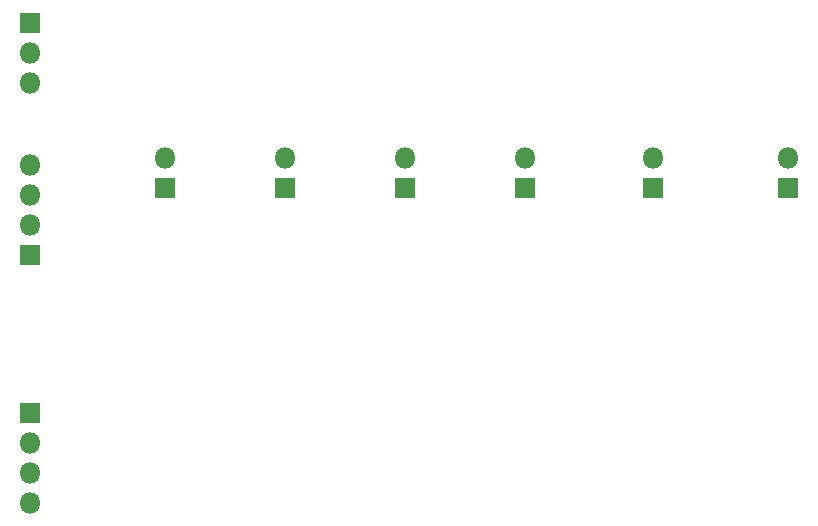
<source format=gbr>
%TF.GenerationSoftware,KiCad,Pcbnew,(5.1.6)-1*%
%TF.CreationDate,2021-04-07T17:42:24+02:00*%
%TF.ProjectId,constant_current,636f6e73-7461-46e7-945f-63757272656e,rev?*%
%TF.SameCoordinates,Original*%
%TF.FileFunction,Soldermask,Bot*%
%TF.FilePolarity,Negative*%
%FSLAX46Y46*%
G04 Gerber Fmt 4.6, Leading zero omitted, Abs format (unit mm)*
G04 Created by KiCad (PCBNEW (5.1.6)-1) date 2021-04-07 17:42:24*
%MOMM*%
%LPD*%
G01*
G04 APERTURE LIST*
%ADD10R,1.800000X1.800000*%
%ADD11O,1.800000X1.800000*%
G04 APERTURE END LIST*
D10*
%TO.C,J1*%
X38100000Y-30480000D03*
D11*
X38100000Y-33020000D03*
X38100000Y-35560000D03*
%TD*%
%TO.C,LED*%
X90805000Y-41910000D03*
D10*
X90805000Y-44450000D03*
%TD*%
%TO.C,LED*%
X102235000Y-44450000D03*
D11*
X102235000Y-41910000D03*
%TD*%
D10*
%TO.C,J4*%
X38100000Y-50165000D03*
D11*
X38100000Y-47625000D03*
X38100000Y-45085000D03*
X38100000Y-42545000D03*
%TD*%
%TO.C,J5*%
X38100000Y-71120000D03*
X38100000Y-68580000D03*
X38100000Y-66040000D03*
D10*
X38100000Y-63500000D03*
%TD*%
D11*
%TO.C,LED A*%
X49530000Y-41910000D03*
D10*
X49530000Y-44450000D03*
%TD*%
%TO.C,LED B*%
X59690000Y-44450000D03*
D11*
X59690000Y-41910000D03*
%TD*%
%TO.C,LED C*%
X69850000Y-41910000D03*
D10*
X69850000Y-44450000D03*
%TD*%
%TO.C,LED D*%
X80010000Y-44450000D03*
D11*
X80010000Y-41910000D03*
%TD*%
M02*

</source>
